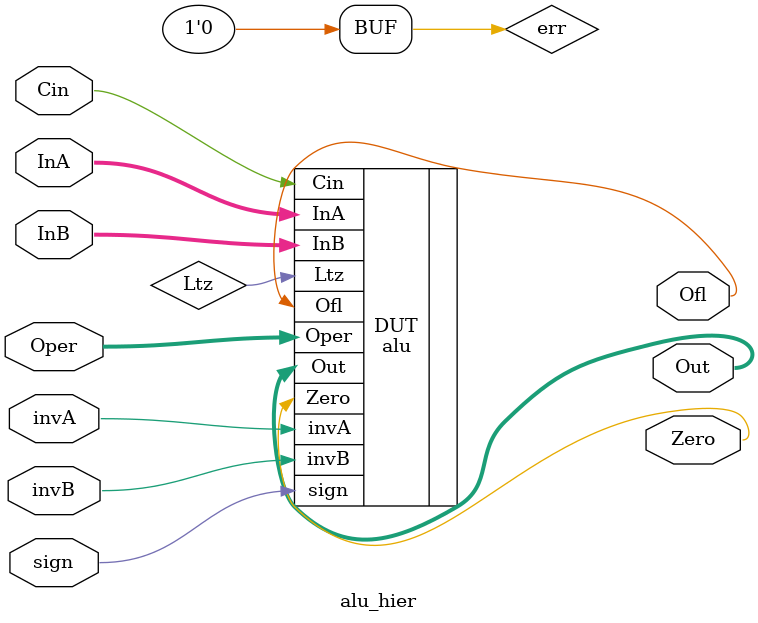
<source format=v>
/*
    CS/ECE 552 FALL '22
    Homework #2, Problem 3

    A wrapper for a multi-bit ALU module combined with clkrst.
*/
module alu_hier(InA, InB, Cin, Oper, invA, invB, sign, Out, Zero, Ofl);

    // declare constant for size of inputs, outputs, and operations
    parameter OPERAND_WIDTH = 16;    
    parameter NUM_OPERATIONS = 3;
       
    input  [OPERAND_WIDTH -1:0] InA ; // Input operand A
    input  [OPERAND_WIDTH -1:0] InB ; // Input operand B
    input                       Cin ; // Carry in
    input  [NUM_OPERATIONS-1:0] Oper; // Operation type
    input                       invA; // Signal to invert A
    input                       invB; // Signal to invert B
    input                       sign; // Signal for signed operation
    output [OPERAND_WIDTH -1:0] Out ; // Result of computation
    output                      Zero; // Signal if Out is 0
    output                      Ofl ; // Signal if overflow occured
    wire                        Ltz ;

    // clkrst signals
    wire clk;
    wire rst;
    wire err;

    assign err = 1'b0;

    alu #(.OPERAND_WIDTH(OPERAND_WIDTH),
          .NUM_OPERATIONS(NUM_OPERATIONS)) 
        DUT (// Outputs
             .Out(Out),
             .Ofl(Ofl), 
             .Zero(Zero),
             .Ltz(Ltz),
             // Inputs
             .InA(InA), 
             .InB(InB), 
             .Cin(Cin), 
             .Oper(Oper), 
             .invA(invA), 
             .invB(invB), 
             .sign(sign));
   
    clkrst c0(// Outputs
              .clk                       (clk),
              .rst                       (rst),
              // Inputs
              .err                       (err)
              );

endmodule // alu_hier

</source>
